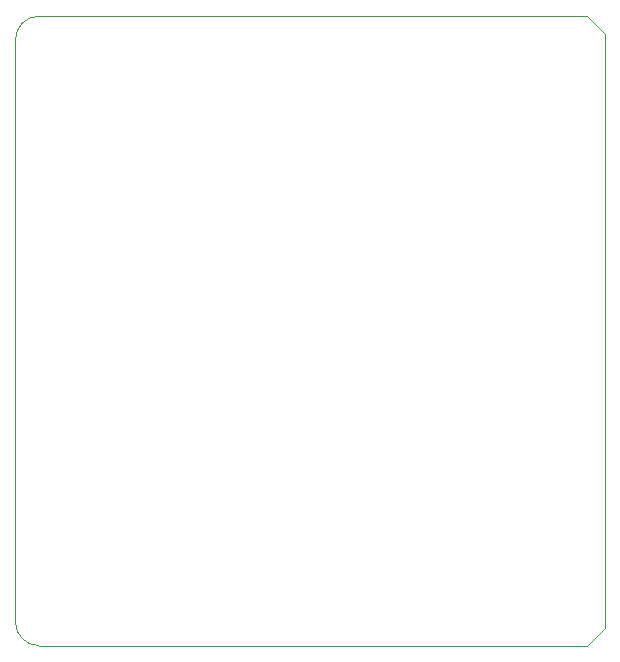
<source format=gbr>
%TF.GenerationSoftware,KiCad,Pcbnew,(6.0.2)*%
%TF.CreationDate,2022-03-01T12:54:46-05:00*%
%TF.ProjectId,arduino_shield,61726475-696e-46f5-9f73-6869656c642e,A*%
%TF.SameCoordinates,PX8954400PY4e95300*%
%TF.FileFunction,Profile,NP*%
%FSLAX46Y46*%
G04 Gerber Fmt 4.6, Leading zero omitted, Abs format (unit mm)*
G04 Created by KiCad (PCBNEW (6.0.2)) date 2022-03-01 12:54:46*
%MOMM*%
%LPD*%
G01*
G04 APERTURE LIST*
%TA.AperFunction,Profile*%
%ADD10C,0.100000*%
%TD*%
G04 APERTURE END LIST*
D10*
X3000000Y-950000D02*
X49400000Y-950000D01*
X50900000Y-2450000D02*
X50900000Y-52750000D01*
X1000000Y-52250000D02*
G75*
G03*
X3000000Y-54250000I1999999J-1D01*
G01*
X1000000Y-52250000D02*
X1000000Y-2950000D01*
X49400000Y-54250000D02*
X3000000Y-54250000D01*
X3000000Y-950000D02*
G75*
G03*
X1000000Y-2950000I-1J-1999999D01*
G01*
X49400000Y-54250000D02*
X50900000Y-52750000D01*
X49400000Y-950000D02*
X50900000Y-2450000D01*
M02*

</source>
